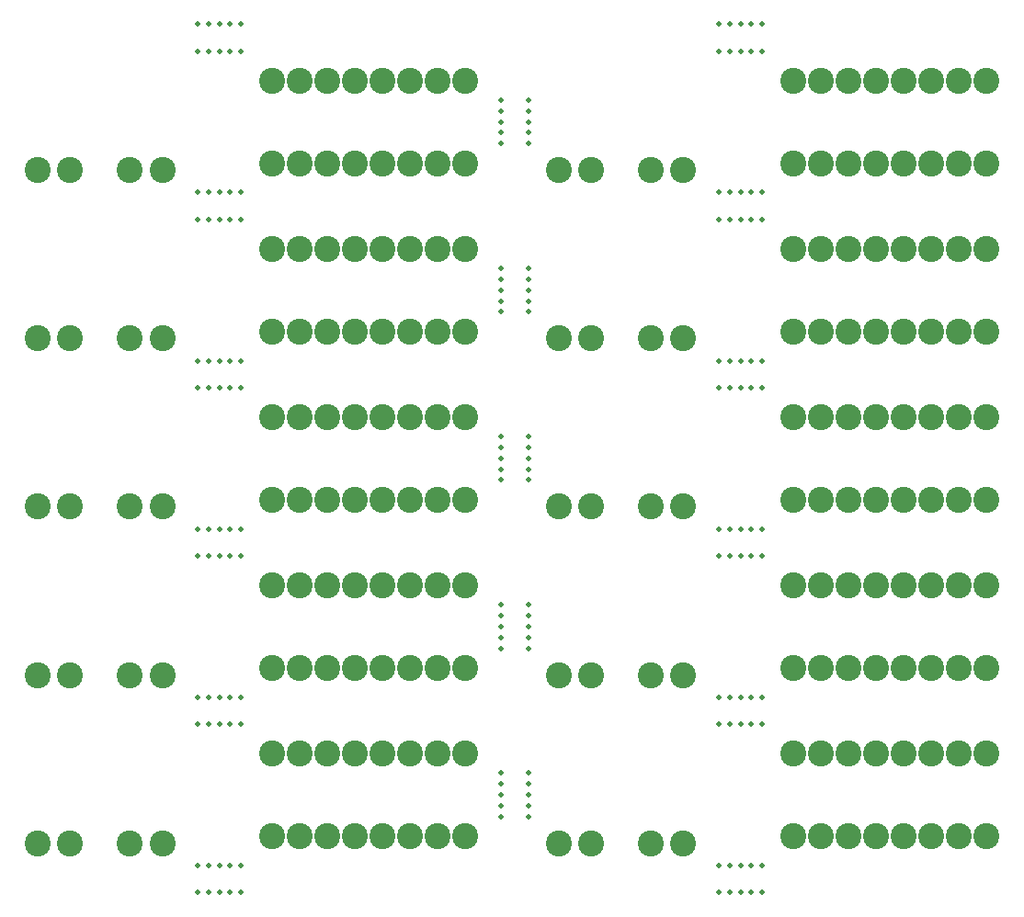
<source format=gbs>
G04 #@! TF.GenerationSoftware,KiCad,Pcbnew,(6.0.1)*
G04 #@! TF.CreationDate,2022-01-26T16:15:35+01:00*
G04 #@! TF.ProjectId,atari-junior-av-mod,61746172-692d-46a7-956e-696f722d6176,rev?*
G04 #@! TF.SameCoordinates,PX5edde38PY83caa5c*
G04 #@! TF.FileFunction,Soldermask,Bot*
G04 #@! TF.FilePolarity,Negative*
%FSLAX46Y46*%
G04 Gerber Fmt 4.6, Leading zero omitted, Abs format (unit mm)*
G04 Created by KiCad (PCBNEW (6.0.1)) date 2022-01-26 16:15:35*
%MOMM*%
%LPD*%
G01*
G04 APERTURE LIST*
%ADD10C,0.500000*%
%ADD11C,2.400000*%
G04 APERTURE END LIST*
D10*
G04 #@! TO.C,mouse-bite-1mm-slot*
X67800000Y7250000D03*
X67800000Y4750000D03*
X68800000Y7250000D03*
X66800000Y7250000D03*
X66800000Y4750000D03*
X68800000Y4750000D03*
X69800000Y4750000D03*
X65800000Y4750000D03*
X65800000Y7250000D03*
X69800000Y7250000D03*
G04 #@! TD*
D11*
G04 #@! TO.C,H1*
X72675000Y17550000D03*
G04 #@! TD*
G04 #@! TO.C,Pad4*
X51045000Y9295000D03*
G04 #@! TD*
G04 #@! TO.C,H13*
X59545000Y9295000D03*
G04 #@! TD*
G04 #@! TO.C,H2*
X77755000Y17550000D03*
G04 #@! TD*
G04 #@! TO.C,Pad8*
X75215000Y17550000D03*
G04 #@! TD*
G04 #@! TO.C,H7*
X90455000Y9930000D03*
G04 #@! TD*
G04 #@! TO.C,Pad9*
X75215000Y9930000D03*
G04 #@! TD*
G04 #@! TO.C,H12*
X54045000Y9295000D03*
G04 #@! TD*
G04 #@! TO.C,Pad6*
X82835000Y9930000D03*
G04 #@! TD*
G04 #@! TO.C,Pad5*
X87915000Y9930000D03*
G04 #@! TD*
G04 #@! TO.C,Pad10*
X62545000Y9295000D03*
G04 #@! TD*
G04 #@! TO.C,H11*
X72675000Y9930000D03*
G04 #@! TD*
G04 #@! TO.C,Pad11*
X90455000Y17550000D03*
G04 #@! TD*
G04 #@! TO.C,H9*
X80295000Y9930000D03*
G04 #@! TD*
G04 #@! TO.C,H10*
X77755000Y9930000D03*
G04 #@! TD*
G04 #@! TO.C,H3*
X80295000Y17550000D03*
G04 #@! TD*
G04 #@! TO.C,H6*
X87915000Y17550000D03*
G04 #@! TD*
G04 #@! TO.C,H8*
X85375000Y9930000D03*
G04 #@! TD*
G04 #@! TO.C,H4*
X82835000Y17550000D03*
G04 #@! TD*
G04 #@! TO.C,Pad7*
X85375000Y17550000D03*
G04 #@! TD*
D10*
G04 #@! TO.C,mouse-bite-1mm-slot*
X19800000Y7250000D03*
X19800000Y4750000D03*
X20800000Y7250000D03*
X18800000Y7250000D03*
X18800000Y4750000D03*
X20800000Y4750000D03*
X21800000Y4750000D03*
X17800000Y4750000D03*
X17800000Y7250000D03*
X21800000Y7250000D03*
G04 #@! TD*
G04 #@! TO.C,mouse-bite-1mm-slot*
X45750000Y13750000D03*
X48250000Y13750000D03*
X45750000Y14750000D03*
X45750000Y12750000D03*
X48250000Y12750000D03*
X48250000Y14750000D03*
X48250000Y15750000D03*
X48250000Y11750000D03*
X45750000Y11750000D03*
X45750000Y15750000D03*
G04 #@! TD*
D11*
G04 #@! TO.C,H1*
X24675000Y17550000D03*
G04 #@! TD*
G04 #@! TO.C,Pad4*
X3045000Y9295000D03*
G04 #@! TD*
G04 #@! TO.C,H13*
X11545000Y9295000D03*
G04 #@! TD*
G04 #@! TO.C,H2*
X29755000Y17550000D03*
G04 #@! TD*
G04 #@! TO.C,Pad8*
X27215000Y17550000D03*
G04 #@! TD*
G04 #@! TO.C,H7*
X42455000Y9930000D03*
G04 #@! TD*
G04 #@! TO.C,Pad9*
X27215000Y9930000D03*
G04 #@! TD*
G04 #@! TO.C,H12*
X6045000Y9295000D03*
G04 #@! TD*
G04 #@! TO.C,Pad6*
X34835000Y9930000D03*
G04 #@! TD*
G04 #@! TO.C,Pad5*
X39915000Y9930000D03*
G04 #@! TD*
G04 #@! TO.C,Pad10*
X14545000Y9295000D03*
G04 #@! TD*
G04 #@! TO.C,H11*
X24675000Y9930000D03*
G04 #@! TD*
G04 #@! TO.C,Pad11*
X42455000Y17550000D03*
G04 #@! TD*
G04 #@! TO.C,H9*
X32295000Y9930000D03*
G04 #@! TD*
G04 #@! TO.C,H10*
X29755000Y9930000D03*
G04 #@! TD*
G04 #@! TO.C,H3*
X32295000Y17550000D03*
G04 #@! TD*
G04 #@! TO.C,H6*
X39915000Y17550000D03*
G04 #@! TD*
G04 #@! TO.C,H8*
X37375000Y9930000D03*
G04 #@! TD*
G04 #@! TO.C,H4*
X34835000Y17550000D03*
G04 #@! TD*
G04 #@! TO.C,Pad7*
X37375000Y17550000D03*
G04 #@! TD*
D10*
G04 #@! TO.C,mouse-bite-1mm-slot*
X67800000Y22750000D03*
X67800000Y20250000D03*
X68800000Y22750000D03*
X66800000Y22750000D03*
X66800000Y20250000D03*
X68800000Y20250000D03*
X69800000Y20250000D03*
X65800000Y20250000D03*
X65800000Y22750000D03*
X69800000Y22750000D03*
G04 #@! TD*
D11*
G04 #@! TO.C,H1*
X72675000Y33050000D03*
G04 #@! TD*
G04 #@! TO.C,Pad4*
X51045000Y24795000D03*
G04 #@! TD*
G04 #@! TO.C,H13*
X59545000Y24795000D03*
G04 #@! TD*
G04 #@! TO.C,H2*
X77755000Y33050000D03*
G04 #@! TD*
G04 #@! TO.C,Pad8*
X75215000Y33050000D03*
G04 #@! TD*
G04 #@! TO.C,H7*
X90455000Y25430000D03*
G04 #@! TD*
G04 #@! TO.C,Pad9*
X75215000Y25430000D03*
G04 #@! TD*
G04 #@! TO.C,H12*
X54045000Y24795000D03*
G04 #@! TD*
G04 #@! TO.C,Pad6*
X82835000Y25430000D03*
G04 #@! TD*
G04 #@! TO.C,Pad5*
X87915000Y25430000D03*
G04 #@! TD*
G04 #@! TO.C,Pad10*
X62545000Y24795000D03*
G04 #@! TD*
G04 #@! TO.C,H11*
X72675000Y25430000D03*
G04 #@! TD*
G04 #@! TO.C,Pad11*
X90455000Y33050000D03*
G04 #@! TD*
G04 #@! TO.C,H9*
X80295000Y25430000D03*
G04 #@! TD*
G04 #@! TO.C,H10*
X77755000Y25430000D03*
G04 #@! TD*
G04 #@! TO.C,H3*
X80295000Y33050000D03*
G04 #@! TD*
G04 #@! TO.C,H6*
X87915000Y33050000D03*
G04 #@! TD*
G04 #@! TO.C,H8*
X85375000Y25430000D03*
G04 #@! TD*
G04 #@! TO.C,H4*
X82835000Y33050000D03*
G04 #@! TD*
G04 #@! TO.C,Pad7*
X85375000Y33050000D03*
G04 #@! TD*
D10*
G04 #@! TO.C,mouse-bite-1mm-slot*
X19800000Y22750000D03*
X19800000Y20250000D03*
X20800000Y22750000D03*
X18800000Y22750000D03*
X18800000Y20250000D03*
X20800000Y20250000D03*
X21800000Y20250000D03*
X17800000Y20250000D03*
X17800000Y22750000D03*
X21800000Y22750000D03*
G04 #@! TD*
G04 #@! TO.C,mouse-bite-1mm-slot*
X45750000Y29250000D03*
X48250000Y29250000D03*
X45750000Y30250000D03*
X45750000Y28250000D03*
X48250000Y28250000D03*
X48250000Y30250000D03*
X48250000Y31250000D03*
X48250000Y27250000D03*
X45750000Y27250000D03*
X45750000Y31250000D03*
G04 #@! TD*
D11*
G04 #@! TO.C,H1*
X24675000Y33050000D03*
G04 #@! TD*
G04 #@! TO.C,Pad4*
X3045000Y24795000D03*
G04 #@! TD*
G04 #@! TO.C,H13*
X11545000Y24795000D03*
G04 #@! TD*
G04 #@! TO.C,H2*
X29755000Y33050000D03*
G04 #@! TD*
G04 #@! TO.C,Pad8*
X27215000Y33050000D03*
G04 #@! TD*
G04 #@! TO.C,H7*
X42455000Y25430000D03*
G04 #@! TD*
G04 #@! TO.C,Pad9*
X27215000Y25430000D03*
G04 #@! TD*
G04 #@! TO.C,H12*
X6045000Y24795000D03*
G04 #@! TD*
G04 #@! TO.C,Pad6*
X34835000Y25430000D03*
G04 #@! TD*
G04 #@! TO.C,Pad5*
X39915000Y25430000D03*
G04 #@! TD*
G04 #@! TO.C,Pad10*
X14545000Y24795000D03*
G04 #@! TD*
G04 #@! TO.C,H11*
X24675000Y25430000D03*
G04 #@! TD*
G04 #@! TO.C,Pad11*
X42455000Y33050000D03*
G04 #@! TD*
G04 #@! TO.C,H9*
X32295000Y25430000D03*
G04 #@! TD*
G04 #@! TO.C,H10*
X29755000Y25430000D03*
G04 #@! TD*
G04 #@! TO.C,H3*
X32295000Y33050000D03*
G04 #@! TD*
G04 #@! TO.C,H6*
X39915000Y33050000D03*
G04 #@! TD*
G04 #@! TO.C,H8*
X37375000Y25430000D03*
G04 #@! TD*
G04 #@! TO.C,H4*
X34835000Y33050000D03*
G04 #@! TD*
G04 #@! TO.C,Pad7*
X37375000Y33050000D03*
G04 #@! TD*
D10*
G04 #@! TO.C,mouse-bite-1mm-slot*
X67800000Y38250000D03*
X67800000Y35750000D03*
X68800000Y38250000D03*
X66800000Y38250000D03*
X66800000Y35750000D03*
X68800000Y35750000D03*
X69800000Y35750000D03*
X65800000Y35750000D03*
X65800000Y38250000D03*
X69800000Y38250000D03*
G04 #@! TD*
D11*
G04 #@! TO.C,H1*
X72675000Y48550000D03*
G04 #@! TD*
G04 #@! TO.C,Pad4*
X51045000Y40295000D03*
G04 #@! TD*
G04 #@! TO.C,H13*
X59545000Y40295000D03*
G04 #@! TD*
G04 #@! TO.C,H2*
X77755000Y48550000D03*
G04 #@! TD*
G04 #@! TO.C,Pad8*
X75215000Y48550000D03*
G04 #@! TD*
G04 #@! TO.C,H7*
X90455000Y40930000D03*
G04 #@! TD*
G04 #@! TO.C,Pad9*
X75215000Y40930000D03*
G04 #@! TD*
G04 #@! TO.C,H12*
X54045000Y40295000D03*
G04 #@! TD*
G04 #@! TO.C,Pad6*
X82835000Y40930000D03*
G04 #@! TD*
G04 #@! TO.C,Pad5*
X87915000Y40930000D03*
G04 #@! TD*
G04 #@! TO.C,Pad10*
X62545000Y40295000D03*
G04 #@! TD*
G04 #@! TO.C,H11*
X72675000Y40930000D03*
G04 #@! TD*
G04 #@! TO.C,Pad11*
X90455000Y48550000D03*
G04 #@! TD*
G04 #@! TO.C,H9*
X80295000Y40930000D03*
G04 #@! TD*
G04 #@! TO.C,H10*
X77755000Y40930000D03*
G04 #@! TD*
G04 #@! TO.C,H3*
X80295000Y48550000D03*
G04 #@! TD*
G04 #@! TO.C,H6*
X87915000Y48550000D03*
G04 #@! TD*
G04 #@! TO.C,H8*
X85375000Y40930000D03*
G04 #@! TD*
G04 #@! TO.C,H4*
X82835000Y48550000D03*
G04 #@! TD*
G04 #@! TO.C,Pad7*
X85375000Y48550000D03*
G04 #@! TD*
D10*
G04 #@! TO.C,mouse-bite-1mm-slot*
X19800000Y38250000D03*
X19800000Y35750000D03*
X20800000Y38250000D03*
X18800000Y38250000D03*
X18800000Y35750000D03*
X20800000Y35750000D03*
X21800000Y35750000D03*
X17800000Y35750000D03*
X17800000Y38250000D03*
X21800000Y38250000D03*
G04 #@! TD*
G04 #@! TO.C,mouse-bite-1mm-slot*
X45750000Y44750000D03*
X48250000Y44750000D03*
X45750000Y45750000D03*
X45750000Y43750000D03*
X48250000Y43750000D03*
X48250000Y45750000D03*
X48250000Y46750000D03*
X48250000Y42750000D03*
X45750000Y42750000D03*
X45750000Y46750000D03*
G04 #@! TD*
D11*
G04 #@! TO.C,H1*
X24675000Y48550000D03*
G04 #@! TD*
G04 #@! TO.C,Pad4*
X3045000Y40295000D03*
G04 #@! TD*
G04 #@! TO.C,H13*
X11545000Y40295000D03*
G04 #@! TD*
G04 #@! TO.C,H2*
X29755000Y48550000D03*
G04 #@! TD*
G04 #@! TO.C,Pad8*
X27215000Y48550000D03*
G04 #@! TD*
G04 #@! TO.C,H7*
X42455000Y40930000D03*
G04 #@! TD*
G04 #@! TO.C,Pad9*
X27215000Y40930000D03*
G04 #@! TD*
G04 #@! TO.C,H12*
X6045000Y40295000D03*
G04 #@! TD*
G04 #@! TO.C,Pad6*
X34835000Y40930000D03*
G04 #@! TD*
G04 #@! TO.C,Pad5*
X39915000Y40930000D03*
G04 #@! TD*
G04 #@! TO.C,Pad10*
X14545000Y40295000D03*
G04 #@! TD*
G04 #@! TO.C,H11*
X24675000Y40930000D03*
G04 #@! TD*
G04 #@! TO.C,Pad11*
X42455000Y48550000D03*
G04 #@! TD*
G04 #@! TO.C,H9*
X32295000Y40930000D03*
G04 #@! TD*
G04 #@! TO.C,H10*
X29755000Y40930000D03*
G04 #@! TD*
G04 #@! TO.C,H3*
X32295000Y48550000D03*
G04 #@! TD*
G04 #@! TO.C,H6*
X39915000Y48550000D03*
G04 #@! TD*
G04 #@! TO.C,H8*
X37375000Y40930000D03*
G04 #@! TD*
G04 #@! TO.C,H4*
X34835000Y48550000D03*
G04 #@! TD*
G04 #@! TO.C,Pad7*
X37375000Y48550000D03*
G04 #@! TD*
D10*
G04 #@! TO.C,mouse-bite-1mm-slot*
X67800000Y53750000D03*
X67800000Y51250000D03*
X68800000Y53750000D03*
X66800000Y53750000D03*
X66800000Y51250000D03*
X68800000Y51250000D03*
X69800000Y51250000D03*
X65800000Y51250000D03*
X65800000Y53750000D03*
X69800000Y53750000D03*
G04 #@! TD*
D11*
G04 #@! TO.C,H1*
X72675000Y64050000D03*
G04 #@! TD*
G04 #@! TO.C,Pad4*
X51045000Y55795000D03*
G04 #@! TD*
G04 #@! TO.C,H13*
X59545000Y55795000D03*
G04 #@! TD*
G04 #@! TO.C,H2*
X77755000Y64050000D03*
G04 #@! TD*
G04 #@! TO.C,Pad8*
X75215000Y64050000D03*
G04 #@! TD*
G04 #@! TO.C,H7*
X90455000Y56430000D03*
G04 #@! TD*
G04 #@! TO.C,Pad9*
X75215000Y56430000D03*
G04 #@! TD*
G04 #@! TO.C,H12*
X54045000Y55795000D03*
G04 #@! TD*
G04 #@! TO.C,Pad6*
X82835000Y56430000D03*
G04 #@! TD*
G04 #@! TO.C,Pad5*
X87915000Y56430000D03*
G04 #@! TD*
G04 #@! TO.C,Pad10*
X62545000Y55795000D03*
G04 #@! TD*
G04 #@! TO.C,H11*
X72675000Y56430000D03*
G04 #@! TD*
G04 #@! TO.C,Pad11*
X90455000Y64050000D03*
G04 #@! TD*
G04 #@! TO.C,H9*
X80295000Y56430000D03*
G04 #@! TD*
G04 #@! TO.C,H10*
X77755000Y56430000D03*
G04 #@! TD*
G04 #@! TO.C,H3*
X80295000Y64050000D03*
G04 #@! TD*
G04 #@! TO.C,H6*
X87915000Y64050000D03*
G04 #@! TD*
G04 #@! TO.C,H8*
X85375000Y56430000D03*
G04 #@! TD*
G04 #@! TO.C,H4*
X82835000Y64050000D03*
G04 #@! TD*
G04 #@! TO.C,Pad7*
X85375000Y64050000D03*
G04 #@! TD*
D10*
G04 #@! TO.C,mouse-bite-1mm-slot*
X19800000Y53750000D03*
X19800000Y51250000D03*
X20800000Y53750000D03*
X18800000Y53750000D03*
X18800000Y51250000D03*
X20800000Y51250000D03*
X21800000Y51250000D03*
X17800000Y51250000D03*
X17800000Y53750000D03*
X21800000Y53750000D03*
G04 #@! TD*
G04 #@! TO.C,mouse-bite-1mm-slot*
X45750000Y60250000D03*
X48250000Y60250000D03*
X45750000Y61250000D03*
X45750000Y59250000D03*
X48250000Y59250000D03*
X48250000Y61250000D03*
X48250000Y62250000D03*
X48250000Y58250000D03*
X45750000Y58250000D03*
X45750000Y62250000D03*
G04 #@! TD*
D11*
G04 #@! TO.C,H1*
X24675000Y64050000D03*
G04 #@! TD*
G04 #@! TO.C,Pad4*
X3045000Y55795000D03*
G04 #@! TD*
G04 #@! TO.C,H13*
X11545000Y55795000D03*
G04 #@! TD*
G04 #@! TO.C,H2*
X29755000Y64050000D03*
G04 #@! TD*
G04 #@! TO.C,Pad8*
X27215000Y64050000D03*
G04 #@! TD*
G04 #@! TO.C,H7*
X42455000Y56430000D03*
G04 #@! TD*
G04 #@! TO.C,Pad9*
X27215000Y56430000D03*
G04 #@! TD*
G04 #@! TO.C,H12*
X6045000Y55795000D03*
G04 #@! TD*
G04 #@! TO.C,Pad6*
X34835000Y56430000D03*
G04 #@! TD*
G04 #@! TO.C,Pad5*
X39915000Y56430000D03*
G04 #@! TD*
G04 #@! TO.C,Pad10*
X14545000Y55795000D03*
G04 #@! TD*
G04 #@! TO.C,H11*
X24675000Y56430000D03*
G04 #@! TD*
G04 #@! TO.C,Pad11*
X42455000Y64050000D03*
G04 #@! TD*
G04 #@! TO.C,H9*
X32295000Y56430000D03*
G04 #@! TD*
G04 #@! TO.C,H10*
X29755000Y56430000D03*
G04 #@! TD*
G04 #@! TO.C,H3*
X32295000Y64050000D03*
G04 #@! TD*
G04 #@! TO.C,H6*
X39915000Y64050000D03*
G04 #@! TD*
G04 #@! TO.C,H8*
X37375000Y56430000D03*
G04 #@! TD*
G04 #@! TO.C,H4*
X34835000Y64050000D03*
G04 #@! TD*
G04 #@! TO.C,Pad7*
X37375000Y64050000D03*
G04 #@! TD*
D10*
G04 #@! TO.C,mouse-bite-1mm-slot*
X67800000Y69250000D03*
X67800000Y66750000D03*
X68800000Y69250000D03*
X66800000Y69250000D03*
X66800000Y66750000D03*
X68800000Y66750000D03*
X69800000Y66750000D03*
X65800000Y66750000D03*
X65800000Y69250000D03*
X69800000Y69250000D03*
G04 #@! TD*
D11*
G04 #@! TO.C,H1*
X72675000Y79550000D03*
G04 #@! TD*
G04 #@! TO.C,Pad4*
X51045000Y71295000D03*
G04 #@! TD*
G04 #@! TO.C,H13*
X59545000Y71295000D03*
G04 #@! TD*
G04 #@! TO.C,H2*
X77755000Y79550000D03*
G04 #@! TD*
G04 #@! TO.C,Pad8*
X75215000Y79550000D03*
G04 #@! TD*
G04 #@! TO.C,H7*
X90455000Y71930000D03*
G04 #@! TD*
G04 #@! TO.C,Pad9*
X75215000Y71930000D03*
G04 #@! TD*
G04 #@! TO.C,H12*
X54045000Y71295000D03*
G04 #@! TD*
G04 #@! TO.C,Pad6*
X82835000Y71930000D03*
G04 #@! TD*
G04 #@! TO.C,Pad5*
X87915000Y71930000D03*
G04 #@! TD*
G04 #@! TO.C,Pad10*
X62545000Y71295000D03*
G04 #@! TD*
G04 #@! TO.C,H11*
X72675000Y71930000D03*
G04 #@! TD*
G04 #@! TO.C,Pad11*
X90455000Y79550000D03*
G04 #@! TD*
G04 #@! TO.C,H9*
X80295000Y71930000D03*
G04 #@! TD*
G04 #@! TO.C,H10*
X77755000Y71930000D03*
G04 #@! TD*
G04 #@! TO.C,H3*
X80295000Y79550000D03*
G04 #@! TD*
G04 #@! TO.C,H6*
X87915000Y79550000D03*
G04 #@! TD*
G04 #@! TO.C,H8*
X85375000Y71930000D03*
G04 #@! TD*
G04 #@! TO.C,H4*
X82835000Y79550000D03*
G04 #@! TD*
G04 #@! TO.C,Pad7*
X85375000Y79550000D03*
G04 #@! TD*
D10*
G04 #@! TO.C,mouse-bite-1mm-slot4*
X67800000Y84750000D03*
X67800000Y82250000D03*
X68800000Y84750000D03*
X66800000Y84750000D03*
X66800000Y82250000D03*
X68800000Y82250000D03*
X69800000Y82250000D03*
X65800000Y82250000D03*
X65800000Y84750000D03*
X69800000Y84750000D03*
G04 #@! TD*
G04 #@! TO.C,mouse-bite-1mm-slot*
X45750000Y75750000D03*
X48250000Y75750000D03*
X45750000Y76750000D03*
X45750000Y74750000D03*
X48250000Y74750000D03*
X48250000Y76750000D03*
X48250000Y77750000D03*
X48250000Y73750000D03*
X45750000Y73750000D03*
X45750000Y77750000D03*
G04 #@! TD*
G04 #@! TO.C,mouse-bite-1mm-slot*
X19800000Y69250000D03*
X19800000Y66750000D03*
X20800000Y69250000D03*
X18800000Y69250000D03*
X18800000Y66750000D03*
X20800000Y66750000D03*
X21800000Y66750000D03*
X17800000Y66750000D03*
X17800000Y69250000D03*
X21800000Y69250000D03*
G04 #@! TD*
G04 #@! TO.C,mouse-bite-1mm-slot*
X21800000Y84750000D03*
X17800000Y84750000D03*
X17800000Y82250000D03*
X21800000Y82250000D03*
X20800000Y82250000D03*
X18800000Y82250000D03*
X18800000Y84750000D03*
X20800000Y84750000D03*
X19800000Y82250000D03*
X19800000Y84750000D03*
G04 #@! TD*
D11*
G04 #@! TO.C,H13*
X11545000Y71295000D03*
G04 #@! TD*
G04 #@! TO.C,Pad4*
X3045000Y71295000D03*
G04 #@! TD*
G04 #@! TO.C,H1*
X24675000Y79550000D03*
G04 #@! TD*
G04 #@! TO.C,H8*
X37375000Y71930000D03*
G04 #@! TD*
G04 #@! TO.C,H6*
X39915000Y79550000D03*
G04 #@! TD*
G04 #@! TO.C,H3*
X32295000Y79550000D03*
G04 #@! TD*
G04 #@! TO.C,H10*
X29755000Y71930000D03*
G04 #@! TD*
G04 #@! TO.C,H9*
X32295000Y71930000D03*
G04 #@! TD*
G04 #@! TO.C,Pad11*
X42455000Y79550000D03*
G04 #@! TD*
G04 #@! TO.C,H11*
X24675000Y71930000D03*
G04 #@! TD*
G04 #@! TO.C,Pad10*
X14545000Y71295000D03*
G04 #@! TD*
G04 #@! TO.C,Pad5*
X39915000Y71930000D03*
G04 #@! TD*
G04 #@! TO.C,Pad6*
X34835000Y71930000D03*
G04 #@! TD*
G04 #@! TO.C,H12*
X6045000Y71295000D03*
G04 #@! TD*
G04 #@! TO.C,Pad9*
X27215000Y71930000D03*
G04 #@! TD*
G04 #@! TO.C,H7*
X42455000Y71930000D03*
G04 #@! TD*
G04 #@! TO.C,Pad8*
X27215000Y79550000D03*
G04 #@! TD*
G04 #@! TO.C,H2*
X29755000Y79550000D03*
G04 #@! TD*
G04 #@! TO.C,Pad7*
X37375000Y79550000D03*
G04 #@! TD*
G04 #@! TO.C,H4*
X34835000Y79550000D03*
G04 #@! TD*
M02*

</source>
